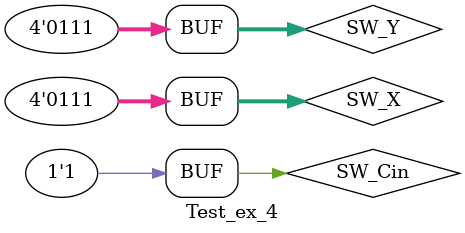
<source format=v>
`timescale 1ns / 1ps


module Test_ex_4;

	// Inputs
	reg [3:0] SW_X;
	reg [3:0] SW_Y;
	reg SW_Cin;

	// Outputs
	wire [6:0] HEX_5;
	wire [6:0] HEX_3;
	wire [6:0] HEX_1;
	wire [6:0] HEX_0;
	wire LED_9;
	wire cout;
	wire [4:0] LED_R;

	// Instantiate the Unit Under Test (UUT)
	Exercise_4 uut (
		.SW_X(SW_X), 
		.SW_Y(SW_Y), 
		.SW_Cin(SW_Cin), 
		.HEX_5(HEX_5), 
		.HEX_3(HEX_3), 
		.HEX_1(HEX_1), 
		.HEX_0(HEX_0), 
		.LED_9(LED_9), 
		.cout(cout), 
		.LED_R(LED_R)
	);

	initial begin
		// Initialize Inputs
		SW_X = 0;
		SW_Y = 0;
		SW_Cin = 0;

		// Wait 100 ns for global reset to finish
		#100;
        
		// Add stimulus here
		SW_X = 0;
		SW_Y = 0;
		SW_Cin = 0;
		#100;
		
		SW_X = 0;
		SW_Y = 0;
		SW_Cin = 1;
		#100;
		
		SW_X = 1;
		SW_Y = 1;
		SW_Cin = 0;
		#100;
		
		SW_X = 1;
		SW_Y = 1;
		SW_Cin = 1;
		#100;
		
		SW_X = 1;
		SW_Y = 2;
		SW_Cin = 1;
		#100;
		
		SW_X = 0;
		SW_Y = 0;
		SW_Cin = 0;
		#100;
		
		SW_X = 2;
		SW_Y = 2;
		SW_Cin = 1;
		#100;
		
		SW_X = 3;
		SW_Y = 2;
		SW_Cin = 1;
		#100;
		
		SW_X = 3;
		SW_Y = 3;
		SW_Cin = 1;
		#100;
		
		SW_X = 4;
		SW_Y = 3;
		SW_Cin = 1;
		#100;
		
		SW_X = 4;
		SW_Y = 4;
		SW_Cin = 1;
		#100;
		
		SW_X = 5;
		SW_Y = 4;
		SW_Cin = 1;
		#100;
		
		SW_X = 5;
		SW_Y = 5;
		SW_Cin = 1;
		#100;
		
		SW_X = 5;
		SW_Y = 6;
		SW_Cin = 1;
		#100;
		
		SW_X = 6;
		SW_Y = 6;
		SW_Cin = 1;
		#100;
		
		SW_X = 7;
		SW_Y = 6;
		SW_Cin = 1;
		#100;
		
		SW_X = 7;
		SW_Y = 7;
		SW_Cin = 1;
		#100;

	end
      
endmodule


</source>
